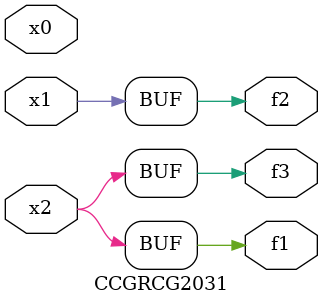
<source format=v>
module CCGRCG2031(
	input x0, x1, x2,
	output f1, f2, f3
);
	assign f1 = x2;
	assign f2 = x1;
	assign f3 = x2;
endmodule

</source>
